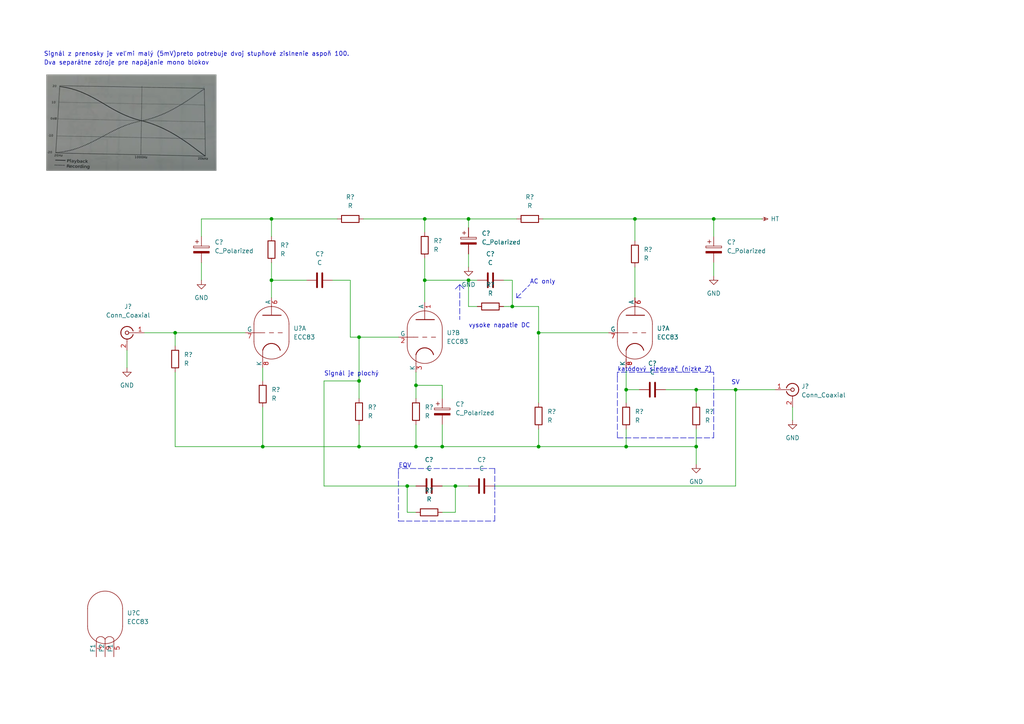
<source format=kicad_sch>
(kicad_sch (version 20231120) (generator "eeschema") (generator_version "8.0")
  (paper "A4")
  (lib_symbols
    (symbol "Connector:Conn_Coaxial" (pin_names (offset 1.016) hide)
      (property "Reference" "J" (at 0.254 3.048 0))
      (property "Value" "Conn_Coaxial" (at 2.921 0 90))
      (symbol "Conn_Coaxial_0_1"
        (arc (start -1.778 -0.508) (mid 0.2311 -1.8066) (end 1.778 0) (stroke (width 0.254)))
        (polyline (pts (xy -2.54 0) (xy -0.508 0)))
        (polyline (pts (xy 0 -2.54) (xy 0 -1.778)))
        (circle (center 0 0) (radius 0.508) (stroke (width 0.2032)))
        (arc (start 1.778 0) (mid 0.2099 1.8101) (end -1.778 0.508) (stroke (width 0.254)))
      )
      (symbol "Conn_Coaxial_1_1"
        (pin passive line (at -5.08 0 0) (length 2.54) (name "In") (number "1"))
        (pin passive line (at 0 -5.08 90) (length 2.54) (name "Ext") (number "2"))
      )
    )
    (symbol "Device:C" (pin_numbers hide) (pin_names (offset 0.254))
      (property "Reference" "C" (at 0.635 2.54 0))
      (property "Value" "C" (at 0.635 -2.54 0))
      (symbol "C_0_1"
        (polyline (pts (xy -2.032 -0.762) (xy 2.032 -0.762)) (stroke (width 0.508)))
        (polyline (pts (xy -2.032 0.762) (xy 2.032 0.762)) (stroke (width 0.508)))
      )
      (symbol "C_1_1"
        (pin passive line (at 0 3.81 270) (length 2.794) (name "~") (number "1"))
        (pin passive line (at 0 -3.81 90) (length 2.794) (name "~") (number "2"))
      )
    )
    (symbol "Device:C_Polarized" (pin_numbers hide) (pin_names (offset 0.254))
      (property "Reference" "C" (at 0.635 2.54 0))
      (property "Value" "C_Polarized" (at 0.635 -2.54 0))
      (symbol "C_Polarized_0_1"
        (rectangle (start -2.286 0.508) (end 2.286 1.016))
        (polyline (pts (xy -1.778 2.286) (xy -0.762 2.286)))
        (polyline (pts (xy -1.27 2.794) (xy -1.27 1.778)))
        (rectangle (start 2.286 -0.508) (end -2.286 -1.016) (fill (type outline)))
      )
      (symbol "C_Polarized_1_1"
        (pin passive line (at 0 3.81 270) (length 2.794) (name "~") (number "1"))
        (pin passive line (at 0 -3.81 90) (length 2.794) (name "~") (number "2"))
      )
    )
    (symbol "Device:R" (pin_numbers hide) (pin_names (offset 0))
      (property "Reference" "R" (at 2.032 0 90))
      (property "Value" "R" (at 0 0 90))
      (symbol "R_0_1"
        (rectangle (start -1.016 -2.54) (end 1.016 2.54) (stroke (width 0.254)))
      )
      (symbol "R_1_1"
        (pin passive line (at 0 3.81 270) (length 1.27) (name "~") (number "1"))
        (pin passive line (at 0 -3.81 90) (length 1.27) (name "~") (number "2"))
      )
    )
    (symbol "Valve:ECC83" (pin_names (offset 0))
      (property "Reference" "U" (at 3.302 7.874 0))
      (property "Value" "ECC83" (at 8.89 -7.62 0))
      (symbol "ECC83_0_1"
        (arc (start -5.08 -2.54) (mid 0 -7.5978) (end 5.08 -2.54))
        (polyline (pts (xy 5.08 2.54) (xy 5.08 -2.54)))
        (polyline (pts (xy -5.08 2.54) (xy -5.08 -2.54) (xy -5.08 -2.54)))
        (arc (start 5.08 2.54) (mid 0 7.5978) (end -5.08 2.54))
      )
      (symbol "ECC83_1_0"
        (polyline (pts (xy -2.54 -5.08) (xy -2.54 -7.62)))
        (polyline (pts (xy 0 5.08) (xy 0 7.62)))
      )
      (symbol "ECC83_1_1"
        (polyline (pts (xy -5.08 0) (xy -3.175 0)))
        (polyline (pts (xy -1.905 0) (xy -3.175 0)) (stroke (width 0.1524)))
        (polyline (pts (xy -0.635 0) (xy 0.635 0)) (stroke (width 0.1524)))
        (polyline (pts (xy 1.905 0) (xy 3.175 0)) (stroke (width 0.1524)))
        (polyline (pts (xy -2.54 5.08) (xy 2.794 5.08) (xy 2.794 5.08)) (stroke (width 0.254)))
        (arc (start 2.54 -5.08) (mid 0 -3.0968) (end -2.54 -5.08) (stroke (width 0.254)))
        (pin output line (at 0 10.16 270) (length 2.54) (name "A") (number "6"))
        (pin input line (at -7.62 0 0) (length 2.54) (name "G") (number "7"))
        (pin bidirectional line (at -2.54 -10.16 90) (length 2.54) (name "K") (number "8"))
      )
      (symbol "ECC83_2_0"
        (polyline (pts (xy -2.54 -5.08) (xy -2.54 -7.62)))
        (polyline (pts (xy 0 5.08) (xy 0 7.62)))
      )
      (symbol "ECC83_2_1"
        (polyline (pts (xy -5.08 0) (xy -3.175 0)))
        (polyline (pts (xy -1.905 0) (xy -3.175 0)) (stroke (width 0.1524)))
        (polyline (pts (xy -0.635 0) (xy 0.635 0)) (stroke (width 0.1524)))
        (polyline (pts (xy 1.905 0) (xy 3.175 0)) (stroke (width 0.1524)))
        (polyline (pts (xy -2.54 5.08) (xy 2.794 5.08) (xy 2.794 5.08)) (stroke (width 0.254)))
        (arc (start 2.54 -5.08) (mid 0 -3.0968) (end -2.54 -5.08) (stroke (width 0.254)))
        (pin output line (at 0 10.16 270) (length 2.54) (name "A") (number "1"))
        (pin input line (at -7.62 0 0) (length 2.54) (name "G") (number "2"))
        (pin bidirectional line (at -2.54 -10.16 90) (length 2.54) (name "K") (number "3"))
      )
      (symbol "ECC83_3_1"
        (arc (start 0 -6.35) (mid -1.27 -5.5651) (end -2.54 -6.35))
        (arc (start 2.54 -6.35) (mid 1.27 -5.5651) (end 0 -6.35))
        (pin power_in line (at -2.54 -11.43 90) (length 5.08) (name "F1") (number "4"))
        (pin power_in line (at 2.54 -11.43 90) (length 5.08) (name "F1") (number "5"))
        (pin power_in line (at 0 -11.43 90) (length 5.08) (name "F2") (number "9"))
      )
    )
    (symbol "power:GND" (power) (pin_names (offset 0))
      (property "Value" "GND" (at 0 -3.81 0))
      (symbol "GND_0_1"
        (polyline (pts (xy 0 0) (xy 0 -1.27) (xy 1.27 -1.27) (xy 0 -2.54) (xy -1.27 -1.27) (xy 0 -1.27)))
      )
      (symbol "GND_1_1"
        (pin power_in line (at 0 0 270) (length 0) hide (name "GND") (number "1"))
      )
    )
    (symbol "power:HT" (power) (pin_names (offset 0))
      (property "Value" "HT" (at 0 2.286 0))
      (symbol "HT_0_0"
        (pin power_in line (at 0 0 90) (length 0) hide (name "HT") (number "1"))
      )
      (symbol "HT_0_1"
        (polyline (pts (xy 0 0) (xy 0 1.016) (xy 0 1.016)))
        (polyline (pts (xy 0 1.016) (xy 0.508 0.508) (xy 0 1.778) (xy -0.508 0.508) (xy 0 1.016) (xy 0 1.016)))
      )
    )
  )
  (junction (at 181.61 113.03))
  (junction (at 104.14 129.54))
  (junction (at 50.8 96.52))
  (junction (at 207.01 63.5))
  (junction (at 78.74 63.5))
  (junction (at 201.93 129.54))
  (junction (at 123.19 81.28))
  (junction (at 156.21 96.52))
  (junction (at 156.21 129.54))
  (junction (at 201.93 113.03))
  (junction (at 128.27 129.54))
  (junction (at 118.11 140.97))
  (junction (at 181.61 129.54))
  (junction (at 135.89 63.5))
  (junction (at 104.14 97.79))
  (junction (at 135.89 81.28))
  (junction (at 123.19 63.5))
  (junction (at 148.59 88.9))
  (junction (at 76.2 129.54))
  (junction (at 213.36 113.03))
  (junction (at 104.14 110.49))
  (junction (at 78.74 81.28))
  (junction (at 120.65 111.76))
  (junction (at 184.15 63.5))
  (junction (at 132.08 140.97))
  (junction (at 120.65 129.54))
  (wire (pts (xy 207.01 80.01) (xy 207.01 76.2)))
  (wire (pts (xy 201.93 113.03) (xy 193.04 113.03)))
  (wire (pts (xy 213.36 113.03) (xy 201.93 113.03)))
  (wire (pts (xy 132.08 140.97) (xy 128.27 140.97)))
  (polyline (pts (xy 115.57 151.13) (xy 143.51 151.13)) (stroke (width 0) (type dash)))
  (wire (pts (xy 135.89 88.9) (xy 135.89 81.28)))
  (wire (pts (xy 120.65 129.54) (xy 128.27 129.54)))
  (wire (pts (xy 123.19 81.28) (xy 123.19 87.63)))
  (polyline (pts (xy 179.07 107.95) (xy 179.07 109.22)) (stroke (width 0) (type dash)))
  (wire (pts (xy 143.51 140.97) (xy 213.36 140.97)))
  (wire (pts (xy 128.27 115.57) (xy 128.27 111.76)))
  (wire (pts (xy 88.9 81.28) (xy 78.74 81.28)))
  (wire (pts (xy 101.6 97.79) (xy 101.6 81.28)))
  (wire (pts (xy 138.43 81.28) (xy 135.89 81.28)))
  (wire (pts (xy 118.11 140.97) (xy 118.11 148.59)))
  (wire (pts (xy 156.21 129.54) (xy 181.61 129.54)))
  (polyline (pts (xy 151.13 86.36) (xy 149.86 86.36)) (stroke (width 0) (type dash)))
  (wire (pts (xy 58.42 63.5) (xy 78.74 63.5)))
  (wire (pts (xy 58.42 81.28) (xy 58.42 76.2)))
  (wire (pts (xy 93.98 110.49) (xy 104.14 110.49)))
  (wire (pts (xy 120.65 107.95) (xy 120.65 111.76)))
  (wire (pts (xy 123.19 63.5) (xy 123.19 67.31)))
  (wire (pts (xy 104.14 129.54) (xy 76.2 129.54)))
  (wire (pts (xy 213.36 113.03) (xy 224.79 113.03)))
  (polyline (pts (xy 115.57 137.16) (xy 115.57 151.13)) (stroke (width 0) (type dash)))
  (wire (pts (xy 138.43 88.9) (xy 135.89 88.9)))
  (wire (pts (xy 76.2 129.54) (xy 50.8 129.54)))
  (wire (pts (xy 207.01 63.5) (xy 207.01 68.58)))
  (wire (pts (xy 118.11 140.97) (xy 93.98 140.97)))
  (wire (pts (xy 184.15 77.47) (xy 184.15 86.36)))
  (wire (pts (xy 78.74 76.2) (xy 78.74 81.28)))
  (wire (pts (xy 50.8 129.54) (xy 50.8 107.95)))
  (wire (pts (xy 157.48 63.5) (xy 184.15 63.5)))
  (wire (pts (xy 184.15 63.5) (xy 184.15 69.85)))
  (wire (pts (xy 229.87 118.11) (xy 229.87 121.92)))
  (wire (pts (xy 78.74 68.58) (xy 78.74 63.5)))
  (wire (pts (xy 76.2 106.68) (xy 76.2 110.49)))
  (wire (pts (xy 123.19 74.93) (xy 123.19 81.28)))
  (wire (pts (xy 181.61 106.68) (xy 181.61 113.03)))
  (wire (pts (xy 135.89 63.5) (xy 149.86 63.5)))
  (polyline (pts (xy 149.86 85.09) (xy 149.86 86.36)) (stroke (width 0) (type dash)))
  (wire (pts (xy 104.14 123.19) (xy 104.14 129.54)))
  (wire (pts (xy 120.65 123.19) (xy 120.65 129.54)))
  (wire (pts (xy 128.27 129.54) (xy 156.21 129.54)))
  (wire (pts (xy 181.61 129.54) (xy 201.93 129.54)))
  (wire (pts (xy 213.36 140.97) (xy 213.36 113.03)))
  (wire (pts (xy 220.98 63.5) (xy 207.01 63.5)))
  (polyline (pts (xy 143.51 135.89) (xy 115.57 135.89)) (stroke (width 0) (type dash)))
  (wire (pts (xy 104.14 110.49) (xy 104.14 97.79)))
  (wire (pts (xy 104.14 115.57) (xy 104.14 110.49)))
  (wire (pts (xy 135.89 63.5) (xy 135.89 66.04)))
  (wire (pts (xy 104.14 97.79) (xy 101.6 97.79)))
  (polyline (pts (xy 207.01 107.95) (xy 179.07 107.95)) (stroke (width 0) (type dash)))
  (polyline (pts (xy 133.35 82.55) (xy 133.35 92.71)) (stroke (width 0) (type dash)))
  (wire (pts (xy 156.21 88.9) (xy 148.59 88.9)))
  (wire (pts (xy 148.59 81.28) (xy 148.59 88.9)))
  (polyline (pts (xy 149.86 86.36) (xy 153.67 82.55)) (stroke (width 0) (type dash)))
  (wire (pts (xy 185.42 113.03) (xy 181.61 113.03)))
  (polyline (pts (xy 143.51 151.13) (xy 143.51 135.89)) (stroke (width 0) (type dash)))
  (wire (pts (xy 128.27 129.54) (xy 128.27 123.19)))
  (wire (pts (xy 176.53 96.52) (xy 156.21 96.52)))
  (polyline (pts (xy 179.07 127) (xy 207.01 127)) (stroke (width 0) (type dash)))
  (wire (pts (xy 50.8 96.52) (xy 71.12 96.52)))
  (polyline (pts (xy 133.35 82.55) (xy 134.62 83.82)) (stroke (width 0) (type dash)))
  (wire (pts (xy 36.83 106.68) (xy 36.83 101.6)))
  (wire (pts (xy 132.08 140.97) (xy 135.89 140.97)))
  (wire (pts (xy 156.21 116.84) (xy 156.21 96.52)))
  (wire (pts (xy 132.08 148.59) (xy 132.08 140.97)))
  (polyline (pts (xy 115.57 135.89) (xy 115.57 137.16)) (stroke (width 0) (type dash)))
  (wire (pts (xy 201.93 116.84) (xy 201.93 113.03)))
  (wire (pts (xy 156.21 124.46) (xy 156.21 129.54)))
  (wire (pts (xy 78.74 63.5) (xy 97.79 63.5)))
  (wire (pts (xy 135.89 81.28) (xy 123.19 81.28)))
  (wire (pts (xy 181.61 113.03) (xy 181.61 116.84)))
  (wire (pts (xy 104.14 129.54) (xy 120.65 129.54)))
  (wire (pts (xy 201.93 129.54) (xy 201.93 134.62)))
  (wire (pts (xy 115.57 97.79) (xy 104.14 97.79)))
  (wire (pts (xy 181.61 124.46) (xy 181.61 129.54)))
  (polyline (pts (xy 207.01 127) (xy 207.01 107.95)) (stroke (width 0) (type dash)))
  (wire (pts (xy 156.21 96.52) (xy 156.21 88.9)))
  (wire (pts (xy 201.93 129.54) (xy 201.93 124.46)))
  (wire (pts (xy 76.2 129.54) (xy 76.2 118.11)))
  (wire (pts (xy 93.98 140.97) (xy 93.98 110.49)))
  (wire (pts (xy 184.15 63.5) (xy 207.01 63.5)))
  (wire (pts (xy 50.8 100.33) (xy 50.8 96.52)))
  (polyline (pts (xy 179.07 109.22) (xy 179.07 127)) (stroke (width 0) (type dash)))
  (wire (pts (xy 101.6 81.28) (xy 96.52 81.28)))
  (wire (pts (xy 123.19 63.5) (xy 135.89 63.5)))
  (wire (pts (xy 41.91 96.52) (xy 50.8 96.52)))
  (wire (pts (xy 128.27 111.76) (xy 120.65 111.76)))
  (polyline (pts (xy 132.08 83.82) (xy 133.35 82.55)) (stroke (width 0) (type dash)))
  (wire (pts (xy 128.27 148.59) (xy 132.08 148.59)))
  (wire (pts (xy 78.74 81.28) (xy 78.74 86.36)))
  (wire (pts (xy 58.42 68.58) (xy 58.42 63.5)))
  (wire (pts (xy 146.05 81.28) (xy 148.59 81.28)))
  (wire (pts (xy 120.65 140.97) (xy 118.11 140.97)))
  (wire (pts (xy 135.89 73.66) (xy 135.89 77.47)))
  (wire (pts (xy 118.11 148.59) (xy 120.65 148.59)))
  (wire (pts (xy 120.65 111.76) (xy 120.65 115.57)))
  (wire (pts (xy 105.41 63.5) (xy 123.19 63.5)))
  (wire (pts (xy 148.59 88.9) (xy 146.05 88.9)))
  (image (at 38.1 35.56) (scale 0.396667))
  (text "vysoke napatie DC" (at 135.89 95.25 0) (effects (font (size 1.27 1.27)) (justify left bottom)))
  (text "Signál z prenosky je veľmi malý (5mV)preto potrebuje dvoj stupňové zislnenie aspoň 100." (at 12.7 16.51 0) (effects (font (size 1.27 1.27)) (justify left bottom)))
  (text "katódový sledovač (nízke Z)" (at 179.07 107.95 0) (effects (font (size 1.27 1.27)) (justify left bottom)))
  (text "Signál je plochý" (at 93.98 109.22 0) (effects (font (size 1.27 1.27)) (justify left bottom)))
  (text "SV" (at 212.09 111.76 0) (effects (font (size 1.27 1.27)) (justify left bottom)))
  (text "AC only" (at 153.67 82.55 0) (effects (font (size 1.27 1.27)) (justify left bottom)))
  (text "EQV" (at 115.57 135.89 0) (effects (font (size 1.27 1.27)) (justify left bottom)))
  (text "Dva separátne zdroje pre napájanie mono blokov" (at 12.7 19.05 0) (effects (font (size 1.27 1.27)) (justify left bottom)))
  (symbol (lib_id "Device:R") (at 184.15 73.66 0) (unit 1)
    (property "Reference" "R?" (at 186.69 72.3899 0) (effects (justify left)))
    (property "Value" "R" (at 186.69 74.9299 0) (effects (justify left)))
  )
  (symbol (lib_id "power:GND") (at 207.01 80.01 0) (unit 1)
    (property "Reference" "#PWR?" (effects (hide yes)))
    (property "Value" "GND" (at 207.01 85.09 0))
  )
  (symbol (lib_id "Device:C_Polarized") (at 128.27 119.38 0) (unit 1)
    (property "Reference" "C?" (at 132.08 117.2209 0) (effects (justify left)))
    (property "Value" "C_Polarized" (at 132.08 119.7609 0) (effects (justify left)))
  )
  (symbol (lib_id "Connector:Conn_Coaxial") (at 229.87 113.03 0) (unit 1)
    (property "Reference" "J?" (at 232.41 112.0531 0) (effects (justify left)))
    (property "Value" "Conn_Coaxial" (at 232.41 114.5931 0) (effects (justify left)))
    (property "Datasheet" " ~" (effects (hide yes)))
  )
  (symbol (lib_id "Device:R") (at 123.19 71.12 0) (unit 1)
    (property "Reference" "R?" (at 125.73 69.8499 0) (effects (justify left)))
    (property "Value" "R" (at 125.73 72.3899 0) (effects (justify left)))
  )
  (symbol (lib_id "Device:R") (at 142.24 88.9 90) (unit 1)
    (property "Reference" "R?" (at 142.24 82.55 90))
    (property "Value" "R" (at 142.24 85.09 90))
  )
  (symbol (lib_id "Valve:ECC83") (at 184.15 96.52 0) (unit 1)
    (property "Reference" "U?" (at 190.5 95.2499 0) (effects (justify left)))
    (property "Value" "ECC83" (at 190.5 97.7899 0) (effects (justify left)))
    (property "Footprint" "Valve:Valve_Noval_P" (effects (hide yes)))
    (property "Datasheet" "http://www.r-type.org/pdfs/ecc83.pdf" (effects (hide yes)))
  )
  (symbol (lib_id "Valve:ECC83") (at 30.48 179.07 0) (unit 3)
    (property "Reference" "U?" (at 36.83 177.7999 0) (effects (justify left)))
    (property "Value" "ECC83" (at 36.83 180.3399 0) (effects (justify left)))
    (property "Footprint" "Valve:Valve_Noval_P" (effects (hide yes)))
    (property "Datasheet" "http://www.r-type.org/pdfs/ecc83.pdf" (effects (hide yes)))
  )
  (symbol (lib_id "Device:R") (at 120.65 119.38 180) (unit 1)
    (property "Reference" "R?" (at 123.19 118.1099 0) (effects (justify right)))
    (property "Value" "R" (at 123.19 120.6499 0) (effects (justify right)))
  )
  (symbol (lib_id "Device:R") (at 181.61 120.65 180) (unit 1)
    (property "Reference" "R?" (at 184.15 119.3799 0) (effects (justify right)))
    (property "Value" "R" (at 184.15 121.9199 0) (effects (justify right)))
  )
  (symbol (lib_id "Device:R") (at 156.21 120.65 180) (unit 1)
    (property "Reference" "R?" (at 158.75 119.3799 0) (effects (justify right)))
    (property "Value" "R" (at 158.75 121.9199 0) (effects (justify right)))
  )
  (symbol (lib_id "Device:R") (at 101.6 63.5 90) (unit 1)
    (property "Reference" "R?" (at 101.6 57.15 90))
    (property "Value" "R" (at 101.6 59.69 90))
  )
  (symbol (lib_id "Device:C_Polarized") (at 207.01 72.39 0) (unit 1)
    (property "Reference" "C?" (at 210.82 70.2309 0) (effects (justify left)))
    (property "Value" "C_Polarized" (at 210.82 72.7709 0) (effects (justify left)))
  )
  (symbol (lib_id "Device:C") (at 139.7 140.97 90) (unit 1)
    (property "Reference" "C?" (at 139.7 133.35 90))
    (property "Value" "C" (at 139.7 135.89 90))
  )
  (symbol (lib_id "Device:R") (at 50.8 104.14 0) (unit 1)
    (property "Reference" "R?" (at 53.34 102.8699 0) (effects (justify left)))
    (property "Value" "R" (at 53.34 105.4099 0) (effects (justify left)))
  )
  (symbol (lib_id "Device:C_Polarized") (at 58.42 72.39 0) (unit 1)
    (property "Reference" "C?" (at 62.23 70.2309 0) (effects (justify left)))
    (property "Value" "C_Polarized" (at 62.23 72.7709 0) (effects (justify left)))
  )
  (symbol (lib_id "power:GND") (at 201.93 134.62 0) (unit 1)
    (property "Reference" "#PWR?" (effects (hide yes)))
    (property "Value" "GND" (at 201.93 139.7 0))
  )
  (symbol (lib_id "power:GND") (at 36.83 106.68 0) (unit 1)
    (property "Reference" "#PWR?" (effects (hide yes)))
    (property "Value" "GND" (at 36.83 111.76 0))
  )
  (symbol (lib_id "Device:R") (at 201.93 120.65 180) (unit 1)
    (property "Reference" "R?" (at 204.47 119.3799 0) (effects (justify right)))
    (property "Value" "R" (at 204.47 121.9199 0) (effects (justify right)))
  )
  (symbol (lib_id "Device:R") (at 76.2 114.3 0) (unit 1)
    (property "Reference" "R?" (at 78.74 113.0299 0) (effects (justify left)))
    (property "Value" "R" (at 78.74 115.5699 0) (effects (justify left)))
  )
  (symbol (lib_id "Connector:Conn_Coaxial") (at 36.83 96.52 0) (mirror y) (unit 1)
    (property "Reference" "J?" (at 37.1474 88.9 0))
    (property "Value" "Conn_Coaxial" (at 37.1474 91.44 0))
    (property "Datasheet" " ~" (effects (hide yes)))
  )
  (symbol (lib_id "power:GND") (at 135.89 77.47 0) (unit 1)
    (property "Reference" "#PWR?" (effects (hide yes)))
    (property "Value" "GND" (at 135.89 82.55 0))
  )
  (symbol (lib_id "Device:R") (at 153.67 63.5 90) (unit 1)
    (property "Reference" "R?" (at 153.67 57.15 90))
    (property "Value" "R" (at 153.67 59.69 90))
  )
  (symbol (lib_id "Valve:ECC83") (at 78.74 96.52 0) (unit 1)
    (property "Reference" "U?" (at 85.09 95.2499 0) (effects (justify left)))
    (property "Value" "ECC83" (at 85.09 97.7899 0) (effects (justify left)))
    (property "Footprint" "Valve:Valve_Noval_P" (effects (hide yes)))
    (property "Datasheet" "http://www.r-type.org/pdfs/ecc83.pdf" (effects (hide yes)))
  )
  (symbol (lib_id "Device:R") (at 78.74 72.39 0) (unit 1)
    (property "Reference" "R?" (at 81.28 71.1199 0) (effects (justify left)))
    (property "Value" "R" (at 81.28 73.6599 0) (effects (justify left)))
  )
  (symbol (lib_id "power:GND") (at 58.42 81.28 0) (unit 1)
    (property "Reference" "#PWR?" (effects (hide yes)))
    (property "Value" "GND" (at 58.42 86.36 0))
  )
  (symbol (lib_id "Valve:ECC83") (at 123.19 97.79 0) (unit 2)
    (property "Reference" "U?" (at 129.54 96.5199 0) (effects (justify left)))
    (property "Value" "ECC83" (at 129.54 99.0599 0) (effects (justify left)))
    (property "Footprint" "Valve:Valve_Noval_P" (effects (hide yes)))
    (property "Datasheet" "http://www.r-type.org/pdfs/ecc83.pdf" (effects (hide yes)))
  )
  (symbol (lib_id "Device:C") (at 189.23 113.03 90) (unit 1)
    (property "Reference" "C?" (at 189.23 105.41 90))
    (property "Value" "C" (at 189.23 107.95 90))
  )
  (symbol (lib_id "power:GND") (at 229.87 121.92 0) (unit 1)
    (property "Reference" "#PWR?" (effects (hide yes)))
    (property "Value" "GND" (at 229.87 127 0))
  )
  (symbol (lib_id "power:HT") (at 220.98 63.5 270) (unit 1)
    (property "Reference" "#PWR?" (effects (hide yes)))
    (property "Value" "HT" (at 223.52 63.4999 90) (effects (justify left)))
  )
  (symbol (lib_id "Device:R") (at 124.46 148.59 270) (unit 1)
    (property "Reference" "R?" (at 124.46 142.24 90))
    (property "Value" "R" (at 124.46 144.78 90))
  )
  (symbol (lib_id "Device:C") (at 92.71 81.28 90) (unit 1)
    (property "Reference" "C?" (at 92.71 73.66 90))
    (property "Value" "C" (at 92.71 76.2 90))
  )
  (symbol (lib_id "Device:C") (at 142.24 81.28 90) (unit 1)
    (property "Reference" "C?" (at 142.24 73.66 90))
    (property "Value" "C" (at 142.24 76.2 90))
  )
  (symbol (lib_id "Device:C") (at 124.46 140.97 90) (unit 1)
    (property "Reference" "C?" (at 124.46 133.35 90))
    (property "Value" "C" (at 124.46 135.89 90))
  )
  (symbol (lib_id "Device:R") (at 104.14 119.38 180) (unit 1)
    (property "Reference" "R?" (at 106.68 118.1099 0) (effects (justify right)))
    (property "Value" "R" (at 106.68 120.6499 0) (effects (justify right)))
  )
  (symbol (lib_id "Device:C_Polarized") (at 135.89 69.85 0) (unit 1)
    (property "Reference" "C?" (at 139.7 67.6909 0) (effects (justify left)))
    (property "Value" "C_Polarized" (at 139.7 70.2309 0) (effects (justify left)))
  )
)
</source>
